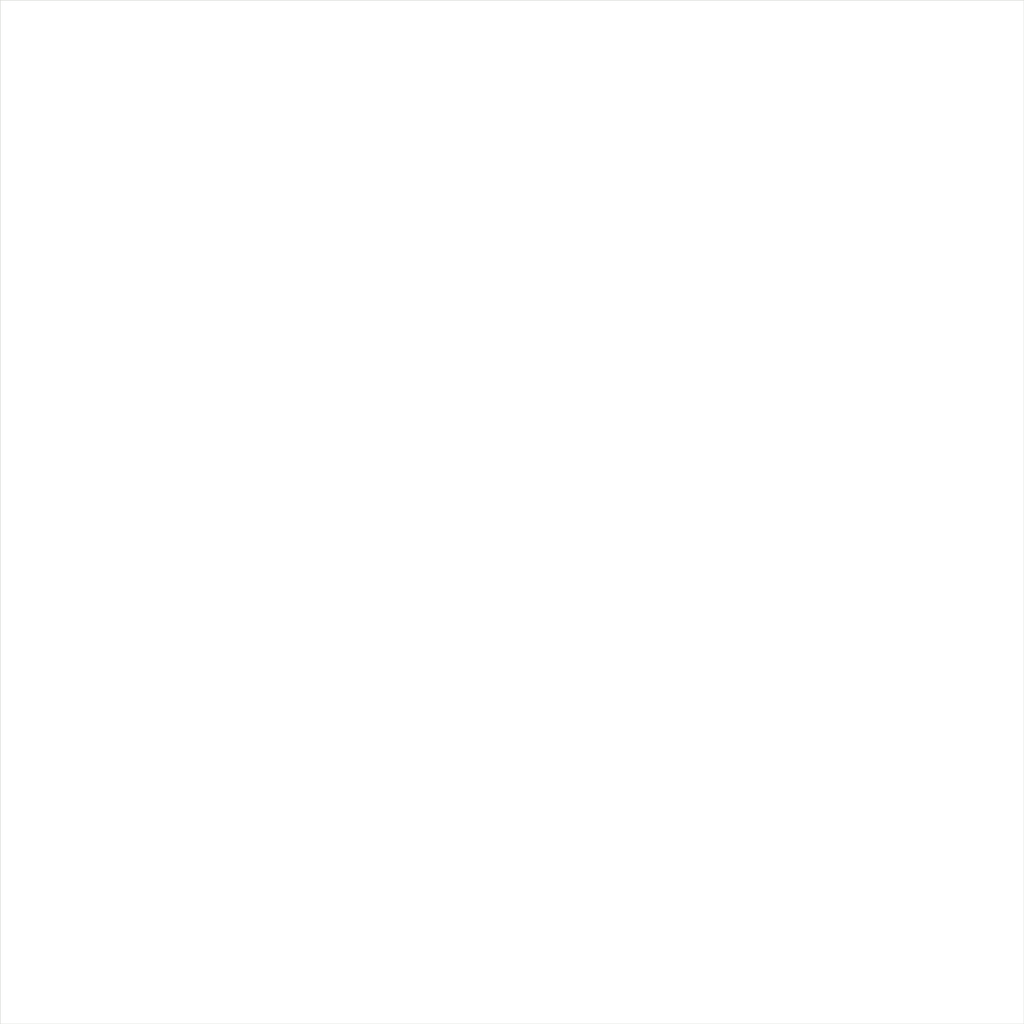
<source format=kicad_pcb>
(kicad_pcb (version 20241229) (generator "pcbnew") (generator_version "9.0")
  (general
  (thickness 1.6)
  (legacy_teardrops no))
  (paper "A4")
  (layers (0 "F.Cu" signal) (2 "B.Cu" signal) (9 "F.Adhes" user "F.Adhesive") (11 "B.Adhes" user "B.Adhesive") (13 "F.Paste" user) (15 "B.Paste" user) (5 "F.SilkS" user "F.Silkscreen") (7 "B.SilkS" user "B.Silkscreen") (1 "F.Mask" user) (3 "B.Mask" user) (17 "Dwgs.User" user "User.Drawings") (19 "Cmts.User" user "User.Comments") (21 "Eco1.User" user "User.Eco1") (23 "Eco2.User" user "User.Eco2") (25 "Edge.Cuts" user) (27 "Margin" user) (31 "F.CrtYd" user "F.Courtyard") (29 "B.CrtYd" user "B.Courtyard") (35 "F.Fab" user) (33 "B.Fab" user))
  (setup
  (pad_to_mask_clearance 0)
  (allow_soldermask_bridges_in_footprints no)
  (tenting front back)
  (pcbplotparams
    (layerselection "0x00000000_00000000_55555555_5755f5df")
    (plot_on_all_layers_selection "0x00000000_00000000_00000000_00000000")
    (disableapertmacros no)
    (usegerberextensions no)
    (usegerberattributes yes)
    (usegerberadvancedattributes yes)
    (creategerberjobfile yes)
    (dashed_line_dash_ratio 12.0)
    (dashed_line_gap_ratio 3.0)
    (svgprecision 4)
    (plotframeref no)
    (mode 1)
    (useauxorigin no)
    (hpglpennumber 1)
    (hpglpenspeed 20)
    (hpglpendiameter 15.0)
    (pdf_front_fp_property_popups yes)
    (pdf_back_fp_property_popups yes)
    (pdf_metadata yes)
    (pdf_single_document no)
    (dxfpolygonmode yes)
    (dxfimperialunits yes)
    (dxfusepcbnewfont yes)
    (psnegative no)
    (psa4output no)
    (plot_black_and_white yes)
    (plotinvisibletext no)
    (sketchpadsonfab no)
    (plotpadnumbers no)
    (hidednponfab no)
    (sketchdnponfab yes)
    (crossoutdnponfab yes)
    (subtractmaskfromsilk no)
    (outputformat 1)
    (mirror no)
    (drillshape 1)
    (scaleselection 1)
    (outputdirectory "")))
  (net 0 "")
  (gr_rect
  (start 0 0)
  (end 100.0 100.0)
  (stroke (width 0.05) (type default))
  (fill no)
  (layer "Edge.Cuts")
  (uuid "240cc467-3f7b-43ba-af56-8aed751a35e9"))
  (embedded_fonts no)
)
</source>
